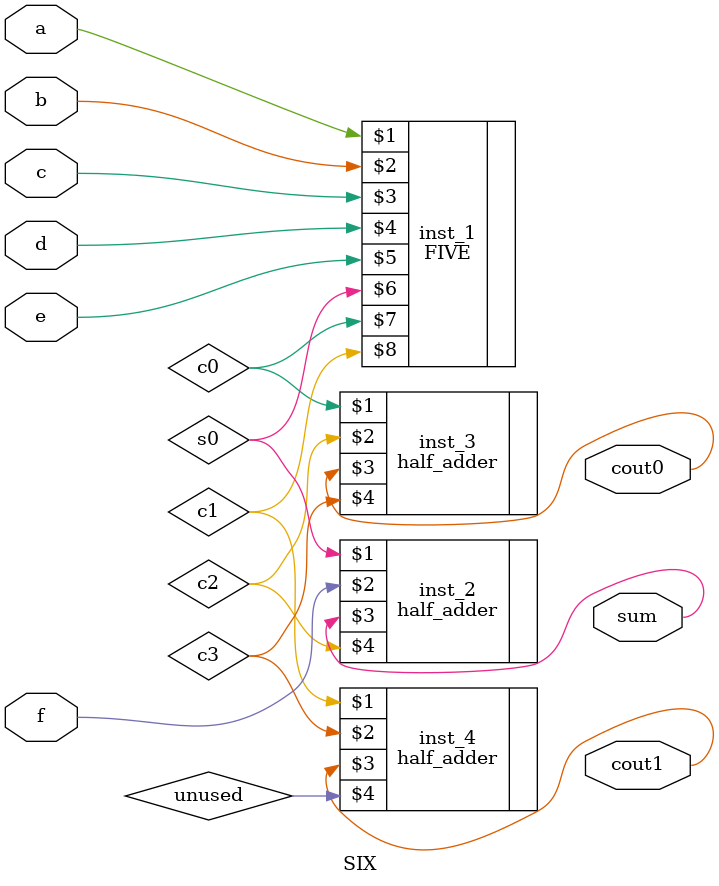
<source format=v>
module SIX (
     input a, b, c, d, e, f,
	 output sum, cout0, cout1
	 );
	 wire s0, c0, c1, c2, c3;
	 
	 FIVE inst_1 (a, b, c, d, e, s0, c0, c1);
	 half_adder inst_2 (s0, f, sum, c2);
	 half_adder inst_3 (c0, c2, cout0, c3);
	 half_adder inst_4 (c1, c3, cout1, unused);
	 
	endmodule
</source>
